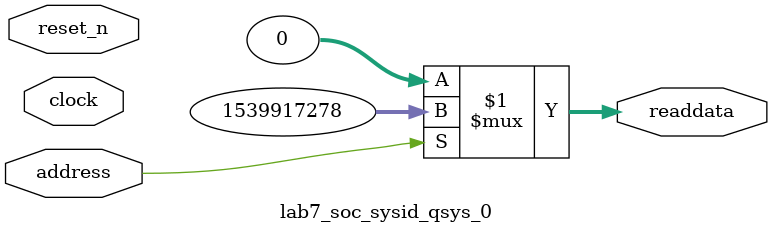
<source format=v>



// synthesis translate_off
`timescale 1ns / 1ps
// synthesis translate_on

// turn off superfluous verilog processor warnings 
// altera message_level Level1 
// altera message_off 10034 10035 10036 10037 10230 10240 10030 

module lab7_soc_sysid_qsys_0 (
               // inputs:
                address,
                clock,
                reset_n,

               // outputs:
                readdata
             )
;

  output  [ 31: 0] readdata;
  input            address;
  input            clock;
  input            reset_n;

  wire    [ 31: 0] readdata;
  //control_slave, which is an e_avalon_slave
  assign readdata = address ? 1539917278 : 0;

endmodule



</source>
